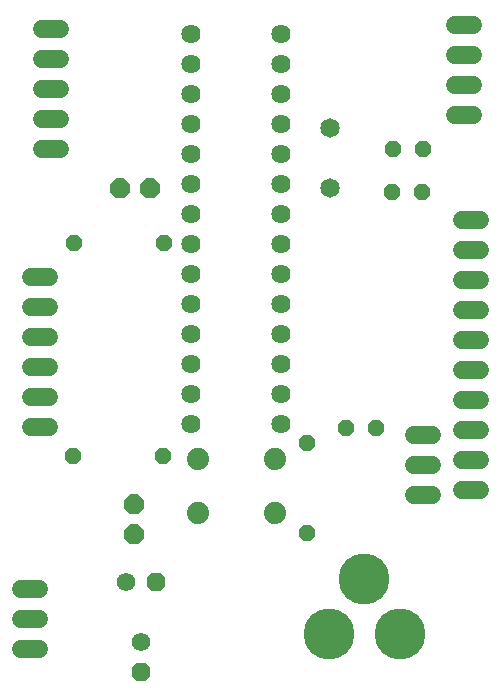
<source format=gbr>
G04 EAGLE Gerber RS-274X export*
G75*
%MOMM*%
%FSLAX34Y34*%
%LPD*%
%INTop Copper*%
%IPPOS*%
%AMOC8*
5,1,8,0,0,1.08239X$1,22.5*%
G01*
%ADD10P,1.704548X8X292.500000*%
%ADD11C,1.574800*%
%ADD12P,1.704548X8X22.500000*%
%ADD13P,1.429621X8X22.500000*%
%ADD14C,1.524000*%
%ADD15C,4.318000*%
%ADD16P,1.814519X8X22.500000*%
%ADD17P,1.814519X8X112.500000*%
%ADD18P,1.429621X8X202.500000*%
%ADD19P,1.429621X8X112.500000*%
%ADD20C,1.879600*%
%ADD21C,1.625600*%
%ADD22C,1.651000*%


D10*
X131500Y24800D03*
D11*
X131500Y50200D03*
D12*
X143600Y101500D03*
D11*
X118200Y101500D03*
D13*
X343900Y431500D03*
X369300Y431500D03*
X344900Y467700D03*
X370300Y467700D03*
X304700Y231500D03*
X330100Y231500D03*
D14*
X44720Y44100D02*
X29480Y44100D01*
X29480Y69500D02*
X44720Y69500D01*
X44720Y94900D02*
X29480Y94900D01*
D15*
X290300Y56800D03*
X350300Y56800D03*
X320300Y103800D03*
D14*
X52920Y359400D02*
X37680Y359400D01*
X37680Y334000D02*
X52920Y334000D01*
X52920Y308600D02*
X37680Y308600D01*
X37680Y283200D02*
X52920Y283200D01*
X52920Y257800D02*
X37680Y257800D01*
X37680Y232400D02*
X52920Y232400D01*
X403280Y179000D02*
X418520Y179000D01*
X418520Y204400D02*
X403280Y204400D01*
X403280Y229800D02*
X418520Y229800D01*
X418520Y255200D02*
X403280Y255200D01*
X403280Y280600D02*
X418520Y280600D01*
X418520Y306000D02*
X403280Y306000D01*
X403280Y331400D02*
X418520Y331400D01*
X418520Y356800D02*
X403280Y356800D01*
X403280Y382200D02*
X418520Y382200D01*
X418520Y407600D02*
X403280Y407600D01*
X62920Y569100D02*
X47680Y569100D01*
X47680Y543700D02*
X62920Y543700D01*
X62920Y518300D02*
X47680Y518300D01*
X47680Y492900D02*
X62920Y492900D01*
X62920Y467500D02*
X47680Y467500D01*
X397080Y496600D02*
X412320Y496600D01*
X412320Y522000D02*
X397080Y522000D01*
X397080Y547400D02*
X412320Y547400D01*
X412320Y572800D02*
X397080Y572800D01*
D16*
X113300Y435000D03*
X138700Y435000D03*
D17*
X125000Y141700D03*
X125000Y167100D03*
D18*
X149900Y207700D03*
X73700Y207700D03*
D13*
X74100Y388500D03*
X150300Y388500D03*
D19*
X271500Y142500D03*
X271500Y218700D03*
D20*
X244612Y159894D03*
X179588Y159894D03*
X244612Y205106D03*
X179588Y205106D03*
D21*
X249500Y234700D03*
X249500Y260100D03*
X249500Y285500D03*
X249500Y310900D03*
X249500Y336300D03*
X249500Y361700D03*
X249500Y387100D03*
X249500Y412500D03*
X249500Y437900D03*
X249500Y463300D03*
X249500Y488700D03*
X249500Y514100D03*
X249500Y539500D03*
X249500Y564900D03*
X173300Y564900D03*
X173300Y539500D03*
X173300Y514100D03*
X173300Y488700D03*
X173300Y463300D03*
X173300Y437900D03*
X173300Y412500D03*
X173300Y387100D03*
X173300Y361700D03*
X173300Y336300D03*
X173300Y310900D03*
X173300Y285500D03*
X173300Y260100D03*
X173300Y234700D03*
D22*
X291500Y485900D03*
X291500Y435100D03*
D14*
X362380Y225400D02*
X377620Y225400D01*
X377620Y200000D02*
X362380Y200000D01*
X362380Y174600D02*
X377620Y174600D01*
M02*

</source>
